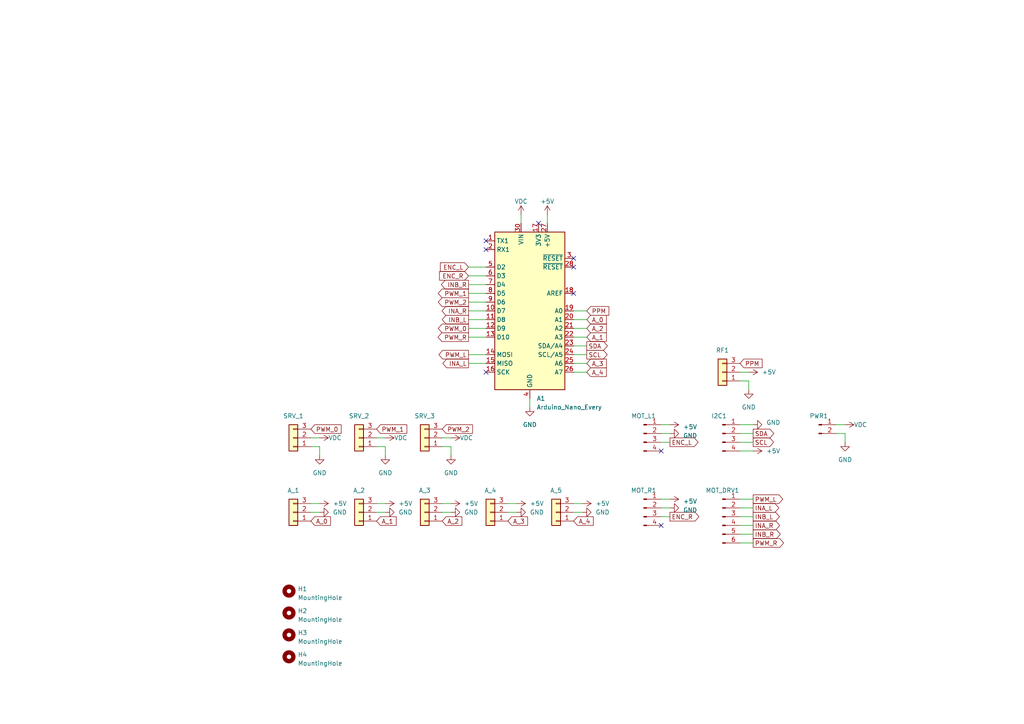
<source format=kicad_sch>
(kicad_sch (version 20230121) (generator eeschema)
  (paper "A4")
  (lib_symbols
    (symbol "Connector:Conn_01x02_Pin" (pin_names (offset 1.016) hide)
      (property "Reference" "J" (at 0 2.54 0))
      (property "Value" "Conn_01x02_Pin" (at 0 -5.08 0))
      (symbol "Conn_01x02_Pin_1_1"
        (polyline (pts (xy 1.27 -2.54) (xy 0.8636 -2.54)) (stroke (width 0.1524)))
        (polyline (pts (xy 1.27 0) (xy 0.8636 0)) (stroke (width 0.1524)))
        (rectangle (start 0.8636 -2.413) (end 0 -2.667) (stroke (width 0.1524)) (fill (type outline)))
        (rectangle (start 0.8636 0.127) (end 0 -0.127) (stroke (width 0.1524)) (fill (type outline)))
        (pin passive line (at 5.08 0 180) (length 3.81) (name "Pin_1") (number "1"))
        (pin passive line (at 5.08 -2.54 180) (length 3.81) (name "Pin_2") (number "2"))
      )
    )
    (symbol "Connector:Conn_01x04_Pin" (pin_names (offset 1.016) hide)
      (property "Reference" "J" (at 0 5.08 0))
      (property "Value" "Conn_01x04_Pin" (at 0 -7.62 0))
      (symbol "Conn_01x04_Pin_1_1"
        (polyline (pts (xy 1.27 -5.08) (xy 0.8636 -5.08)) (stroke (width 0.1524)))
        (polyline (pts (xy 1.27 -2.54) (xy 0.8636 -2.54)) (stroke (width 0.1524)))
        (polyline (pts (xy 1.27 0) (xy 0.8636 0)) (stroke (width 0.1524)))
        (polyline (pts (xy 1.27 2.54) (xy 0.8636 2.54)) (stroke (width 0.1524)))
        (rectangle (start 0.8636 -4.953) (end 0 -5.207) (stroke (width 0.1524)) (fill (type outline)))
        (rectangle (start 0.8636 -2.413) (end 0 -2.667) (stroke (width 0.1524)) (fill (type outline)))
        (rectangle (start 0.8636 0.127) (end 0 -0.127) (stroke (width 0.1524)) (fill (type outline)))
        (rectangle (start 0.8636 2.667) (end 0 2.413) (stroke (width 0.1524)) (fill (type outline)))
        (pin passive line (at 5.08 2.54 180) (length 3.81) (name "Pin_1") (number "1"))
        (pin passive line (at 5.08 0 180) (length 3.81) (name "Pin_2") (number "2"))
        (pin passive line (at 5.08 -2.54 180) (length 3.81) (name "Pin_3") (number "3"))
        (pin passive line (at 5.08 -5.08 180) (length 3.81) (name "Pin_4") (number "4"))
      )
    )
    (symbol "Connector:Conn_01x06_Pin" (pin_names (offset 1.016) hide)
      (property "Reference" "J" (at 0 7.62 0))
      (property "Value" "Conn_01x06_Pin" (at 0 -10.16 0))
      (symbol "Conn_01x06_Pin_1_1"
        (polyline (pts (xy 1.27 -7.62) (xy 0.8636 -7.62)) (stroke (width 0.1524)))
        (polyline (pts (xy 1.27 -5.08) (xy 0.8636 -5.08)) (stroke (width 0.1524)))
        (polyline (pts (xy 1.27 -2.54) (xy 0.8636 -2.54)) (stroke (width 0.1524)))
        (polyline (pts (xy 1.27 0) (xy 0.8636 0)) (stroke (width 0.1524)))
        (polyline (pts (xy 1.27 2.54) (xy 0.8636 2.54)) (stroke (width 0.1524)))
        (polyline (pts (xy 1.27 5.08) (xy 0.8636 5.08)) (stroke (width 0.1524)))
        (rectangle (start 0.8636 -7.493) (end 0 -7.747) (stroke (width 0.1524)) (fill (type outline)))
        (rectangle (start 0.8636 -4.953) (end 0 -5.207) (stroke (width 0.1524)) (fill (type outline)))
        (rectangle (start 0.8636 -2.413) (end 0 -2.667) (stroke (width 0.1524)) (fill (type outline)))
        (rectangle (start 0.8636 0.127) (end 0 -0.127) (stroke (width 0.1524)) (fill (type outline)))
        (rectangle (start 0.8636 2.667) (end 0 2.413) (stroke (width 0.1524)) (fill (type outline)))
        (rectangle (start 0.8636 5.207) (end 0 4.953) (stroke (width 0.1524)) (fill (type outline)))
        (pin passive line (at 5.08 5.08 180) (length 3.81) (name "Pin_1") (number "1"))
        (pin passive line (at 5.08 2.54 180) (length 3.81) (name "Pin_2") (number "2"))
        (pin passive line (at 5.08 0 180) (length 3.81) (name "Pin_3") (number "3"))
        (pin passive line (at 5.08 -2.54 180) (length 3.81) (name "Pin_4") (number "4"))
        (pin passive line (at 5.08 -5.08 180) (length 3.81) (name "Pin_5") (number "5"))
        (pin passive line (at 5.08 -7.62 180) (length 3.81) (name "Pin_6") (number "6"))
      )
    )
    (symbol "Connector_Generic:Conn_01x03" (pin_names (offset 1.016) hide)
      (property "Reference" "J" (at 0 5.08 0))
      (property "Value" "Conn_01x03" (at 0 -5.08 0))
      (symbol "Conn_01x03_1_1"
        (rectangle (start -1.27 -2.413) (end 0 -2.667) (stroke (width 0.1524)))
        (rectangle (start -1.27 0.127) (end 0 -0.127) (stroke (width 0.1524)))
        (rectangle (start -1.27 2.667) (end 0 2.413) (stroke (width 0.1524)))
        (rectangle (start -1.27 3.81) (end 1.27 -3.81) (stroke (width 0.254)) (fill (type background)))
        (pin passive line (at -5.08 2.54 0) (length 3.81) (name "Pin_1") (number "1"))
        (pin passive line (at -5.08 0 0) (length 3.81) (name "Pin_2") (number "2"))
        (pin passive line (at -5.08 -2.54 0) (length 3.81) (name "Pin_3") (number "3"))
      )
    )
    (symbol "MCU_Module:Arduino_Nano_Every"
      (property "Reference" "A" (at -10.16 23.495 0))
      (property "Value" "Arduino_Nano_Every" (at 5.08 -24.13 0))
      (symbol "Arduino_Nano_Every_0_1"
        (rectangle (start -10.16 22.86) (end 10.16 -22.86) (stroke (width 0.254)) (fill (type background)))
      )
      (symbol "Arduino_Nano_Every_1_1"
        (pin bidirectional line (at -12.7 20.32 0) (length 2.54) (name "TX1") (number "1"))
        (pin bidirectional line (at -12.7 0 0) (length 2.54) (name "D7") (number "10"))
        (pin bidirectional line (at -12.7 -2.54 0) (length 2.54) (name "D8") (number "11"))
        (pin bidirectional line (at -12.7 -5.08 0) (length 2.54) (name "D9") (number "12"))
        (pin bidirectional line (at -12.7 -7.62 0) (length 2.54) (name "D10") (number "13"))
        (pin bidirectional line (at -12.7 -12.7 0) (length 2.54) (name "MOSI") (number "14"))
        (pin bidirectional line (at -12.7 -15.24 0) (length 2.54) (name "MISO") (number "15"))
        (pin bidirectional line (at -12.7 -17.78 0) (length 2.54) (name "SCK") (number "16"))
        (pin power_out line (at 2.54 25.4 270) (length 2.54) (name "3V3") (number "17"))
        (pin input line (at 12.7 5.08 180) (length 2.54) (name "AREF") (number "18"))
        (pin bidirectional line (at 12.7 0 180) (length 2.54) (name "A0") (number "19"))
        (pin bidirectional line (at -12.7 17.78 0) (length 2.54) (name "RX1") (number "2"))
        (pin bidirectional line (at 12.7 -2.54 180) (length 2.54) (name "A1") (number "20"))
        (pin bidirectional line (at 12.7 -5.08 180) (length 2.54) (name "A2") (number "21"))
        (pin bidirectional line (at 12.7 -7.62 180) (length 2.54) (name "A3") (number "22"))
        (pin bidirectional line (at 12.7 -10.16 180) (length 2.54) (name "SDA/A4") (number "23"))
        (pin bidirectional line (at 12.7 -12.7 180) (length 2.54) (name "SCL/A5") (number "24"))
        (pin bidirectional line (at 12.7 -15.24 180) (length 2.54) (name "A6") (number "25"))
        (pin bidirectional line (at 12.7 -17.78 180) (length 2.54) (name "A7") (number "26"))
        (pin power_out line (at 5.08 25.4 270) (length 2.54) (name "+5V") (number "27"))
        (pin input line (at 12.7 12.7 180) (length 2.54) (name "~{RESET}") (number "28"))
        (pin passive line (at 0 -25.4 90) (length 2.54) hide (name "GND") (number "29"))
        (pin input line (at 12.7 15.24 180) (length 2.54) (name "~{RESET}") (number "3"))
        (pin power_in line (at -2.54 25.4 270) (length 2.54) (name "VIN") (number "30"))
        (pin power_in line (at 0 -25.4 90) (length 2.54) (name "GND") (number "4"))
        (pin bidirectional line (at -12.7 12.7 0) (length 2.54) (name "D2") (number "5"))
        (pin bidirectional line (at -12.7 10.16 0) (length 2.54) (name "D3") (number "6"))
        (pin bidirectional line (at -12.7 7.62 0) (length 2.54) (name "D4") (number "7"))
        (pin bidirectional line (at -12.7 5.08 0) (length 2.54) (name "D5") (number "8"))
        (pin bidirectional line (at -12.7 2.54 0) (length 2.54) (name "D6") (number "9"))
      )
    )
    (symbol "Mechanical:MountingHole" (pin_names (offset 1.016))
      (property "Reference" "H" (at 0 5.08 0))
      (property "Value" "MountingHole" (at 0 3.175 0))
      (symbol "MountingHole_0_1"
        (circle (center 0 0) (radius 1.27) (stroke (width 1.27)))
      )
    )
    (symbol "power:+5V" (power) (pin_names (offset 0))
      (property "Value" "+5V" (at 0 3.556 0))
      (symbol "+5V_0_1"
        (polyline (pts (xy -0.762 1.27) (xy 0 2.54)))
        (polyline (pts (xy 0 0) (xy 0 2.54)))
        (polyline (pts (xy 0 2.54) (xy 0.762 1.27)))
      )
      (symbol "+5V_1_1"
        (pin power_in line (at 0 0 90) (length 0) hide (name "+5V") (number "1"))
      )
    )
    (symbol "power:GND" (power) (pin_names (offset 0))
      (property "Value" "GND" (at 0 -3.81 0))
      (symbol "GND_0_1"
        (polyline (pts (xy 0 0) (xy 0 -1.27) (xy 1.27 -1.27) (xy 0 -2.54) (xy -1.27 -1.27) (xy 0 -1.27)))
      )
      (symbol "GND_1_1"
        (pin power_in line (at 0 0 270) (length 0) hide (name "GND") (number "1"))
      )
    )
    (symbol "power:VDC" (power) (pin_names (offset 0))
      (property "Value" "VDC" (at 0 6.35 0))
      (symbol "VDC_0_1"
        (polyline (pts (xy -0.762 1.27) (xy 0 2.54)))
        (polyline (pts (xy 0 0) (xy 0 2.54)))
        (polyline (pts (xy 0 2.54) (xy 0.762 1.27)))
      )
      (symbol "VDC_1_1"
        (pin power_in line (at 0 0 90) (length 0) hide (name "VDC") (number "1"))
      )
    )
  )
  (no_connect (at 191.77 152.4))
  (no_connect (at 140.97 72.39))
  (no_connect (at 166.37 74.93))
  (no_connect (at 140.97 69.85))
  (no_connect (at 166.37 77.47))
  (no_connect (at 140.97 107.95))
  (no_connect (at 156.21 64.77))
  (no_connect (at 166.37 85.09))
  (no_connect (at 191.77 130.81))
  (wire (pts (xy 109.22 127) (xy 111.76 127)))
  (wire (pts (xy 166.37 146.05) (xy 168.91 146.05)))
  (wire (pts (xy 109.22 129.54) (xy 111.76 129.54)))
  (wire (pts (xy 242.57 125.73) (xy 245.11 125.73)))
  (wire (pts (xy 166.37 90.17) (xy 170.18 90.17)))
  (wire (pts (xy 191.77 147.32) (xy 194.31 147.32)))
  (wire (pts (xy 191.77 125.73) (xy 194.31 125.73)))
  (wire (pts (xy 242.57 123.19) (xy 245.11 123.19)))
  (wire (pts (xy 90.17 129.54) (xy 92.71 129.54)))
  (wire (pts (xy 135.89 105.41) (xy 140.97 105.41)))
  (wire (pts (xy 166.37 97.79) (xy 170.18 97.79)))
  (wire (pts (xy 245.11 125.73) (xy 245.11 128.27)))
  (wire (pts (xy 214.63 107.95) (xy 217.17 107.95)))
  (wire (pts (xy 166.37 95.25) (xy 170.18 95.25)))
  (wire (pts (xy 135.89 80.01) (xy 140.97 80.01)))
  (wire (pts (xy 151.13 62.23) (xy 151.13 64.77)))
  (wire (pts (xy 128.27 148.59) (xy 130.81 148.59)))
  (wire (pts (xy 135.89 97.79) (xy 140.97 97.79)))
  (wire (pts (xy 135.89 90.17) (xy 140.97 90.17)))
  (wire (pts (xy 218.44 157.48) (xy 214.63 157.48)))
  (wire (pts (xy 135.89 77.47) (xy 140.97 77.47)))
  (wire (pts (xy 166.37 107.95) (xy 170.18 107.95)))
  (wire (pts (xy 128.27 129.54) (xy 130.81 129.54)))
  (wire (pts (xy 128.27 127) (xy 130.81 127)))
  (wire (pts (xy 218.44 147.32) (xy 214.63 147.32)))
  (wire (pts (xy 218.44 144.78) (xy 214.63 144.78)))
  (wire (pts (xy 218.44 130.81) (xy 214.63 130.81)))
  (wire (pts (xy 109.22 148.59) (xy 111.76 148.59)))
  (wire (pts (xy 90.17 146.05) (xy 92.71 146.05)))
  (wire (pts (xy 191.77 144.78) (xy 194.31 144.78)))
  (wire (pts (xy 166.37 105.41) (xy 170.18 105.41)))
  (wire (pts (xy 218.44 149.86) (xy 214.63 149.86)))
  (wire (pts (xy 158.75 62.23) (xy 158.75 64.77)))
  (wire (pts (xy 191.77 128.27) (xy 194.31 128.27)))
  (wire (pts (xy 166.37 102.87) (xy 170.18 102.87)))
  (wire (pts (xy 166.37 92.71) (xy 170.18 92.71)))
  (wire (pts (xy 90.17 127) (xy 92.71 127)))
  (wire (pts (xy 111.76 129.54) (xy 111.76 132.08)))
  (wire (pts (xy 166.37 100.33) (xy 170.18 100.33)))
  (wire (pts (xy 135.89 95.25) (xy 140.97 95.25)))
  (wire (pts (xy 147.32 146.05) (xy 149.86 146.05)))
  (wire (pts (xy 92.71 129.54) (xy 92.71 132.08)))
  (wire (pts (xy 153.67 115.57) (xy 153.67 118.11)))
  (wire (pts (xy 135.89 82.55) (xy 140.97 82.55)))
  (wire (pts (xy 147.32 148.59) (xy 149.86 148.59)))
  (wire (pts (xy 135.89 92.71) (xy 140.97 92.71)))
  (wire (pts (xy 135.89 85.09) (xy 140.97 85.09)))
  (wire (pts (xy 191.77 149.86) (xy 194.31 149.86)))
  (wire (pts (xy 218.44 152.4) (xy 214.63 152.4)))
  (wire (pts (xy 109.22 146.05) (xy 111.76 146.05)))
  (wire (pts (xy 214.63 110.49) (xy 217.17 110.49)))
  (wire (pts (xy 218.44 123.19) (xy 214.63 123.19)))
  (wire (pts (xy 128.27 146.05) (xy 130.81 146.05)))
  (wire (pts (xy 217.17 110.49) (xy 217.17 113.03)))
  (wire (pts (xy 218.44 154.94) (xy 214.63 154.94)))
  (wire (pts (xy 135.89 102.87) (xy 140.97 102.87)))
  (wire (pts (xy 135.89 87.63) (xy 140.97 87.63)))
  (wire (pts (xy 191.77 123.19) (xy 194.31 123.19)))
  (wire (pts (xy 218.44 128.27) (xy 214.63 128.27)))
  (wire (pts (xy 166.37 148.59) (xy 168.91 148.59)))
  (wire (pts (xy 90.17 148.59) (xy 92.71 148.59)))
  (wire (pts (xy 218.44 125.73) (xy 214.63 125.73)))
  (wire (pts (xy 130.81 129.54) (xy 130.81 132.08)))
  (global_label "PWM_L" (shape output) (at 218.44 144.78 0) (property "Intersheetrefs" "${INTERSHEET_REFS}" (effects hide)))
  (global_label "INA_R" (shape output) (at 218.44 152.4 0) (property "Intersheetrefs" "${INTERSHEET_REFS}" (effects hide)))
  (global_label "INB_R" (shape output) (at 135.89 82.55 180) (property "Intersheetrefs" "${INTERSHEET_REFS}" (effects hide)))
  (global_label "A_1" (shape input) (at 170.18 97.79 0) (property "Intersheetrefs" "${INTERSHEET_REFS}" (effects hide)))
  (global_label "PPM" (shape input) (at 214.63 105.41 0) (property "Intersheetrefs" "${INTERSHEET_REFS}" (effects hide)))
  (global_label "PWM_0" (shape output) (at 135.89 95.25 180) (property "Intersheetrefs" "${INTERSHEET_REFS}" (effects hide)))
  (global_label "INA_R" (shape output) (at 135.89 90.17 180) (property "Intersheetrefs" "${INTERSHEET_REFS}" (effects hide)))
  (global_label "PPM" (shape input) (at 170.18 90.17 0) (property "Intersheetrefs" "${INTERSHEET_REFS}" (effects hide)))
  (global_label "A_4" (shape input) (at 170.18 107.95 0) (property "Intersheetrefs" "${INTERSHEET_REFS}" (effects hide)))
  (global_label "ENC_R" (shape input) (at 135.89 80.01 180) (property "Intersheetrefs" "${INTERSHEET_REFS}" (effects hide)))
  (global_label "INB_L" (shape output) (at 218.44 149.86 0) (property "Intersheetrefs" "${INTERSHEET_REFS}" (effects hide)))
  (global_label "PWM_2" (shape input) (at 128.27 124.46 0) (property "Intersheetrefs" "${INTERSHEET_REFS}" (effects hide)))
  (global_label "ENC_L" (shape output) (at 194.31 128.27 0) (property "Intersheetrefs" "${INTERSHEET_REFS}" (effects hide)))
  (global_label "SCL" (shape output) (at 170.18 102.87 0) (property "Intersheetrefs" "${INTERSHEET_REFS}" (effects hide)))
  (global_label "PWM_R" (shape output) (at 135.89 97.79 180) (property "Intersheetrefs" "${INTERSHEET_REFS}" (effects hide)))
  (global_label "ENC_R" (shape output) (at 194.31 149.86 0) (property "Intersheetrefs" "${INTERSHEET_REFS}" (effects hide)))
  (global_label "INA_L" (shape output) (at 218.44 147.32 0) (property "Intersheetrefs" "${INTERSHEET_REFS}" (effects hide)))
  (global_label "A_2" (shape input) (at 128.27 151.13 0) (property "Intersheetrefs" "${INTERSHEET_REFS}" (effects hide)))
  (global_label "A_3" (shape input) (at 170.18 105.41 0) (property "Intersheetrefs" "${INTERSHEET_REFS}" (effects hide)))
  (global_label "INB_R" (shape output) (at 218.44 154.94 0) (property "Intersheetrefs" "${INTERSHEET_REFS}" (effects hide)))
  (global_label "SDA" (shape output) (at 170.18 100.33 0) (property "Intersheetrefs" "${INTERSHEET_REFS}" (effects hide)))
  (global_label "PWM_R" (shape output) (at 218.44 157.48 0) (property "Intersheetrefs" "${INTERSHEET_REFS}" (effects hide)))
  (global_label "A_0" (shape input) (at 170.18 92.71 0) (property "Intersheetrefs" "${INTERSHEET_REFS}" (effects hide)))
  (global_label "PWM_1" (shape output) (at 135.89 85.09 180) (property "Intersheetrefs" "${INTERSHEET_REFS}" (effects hide)))
  (global_label "INB_L" (shape output) (at 135.89 92.71 180) (property "Intersheetrefs" "${INTERSHEET_REFS}" (effects hide)))
  (global_label "SCL" (shape output) (at 218.44 128.27 0) (property "Intersheetrefs" "${INTERSHEET_REFS}" (effects hide)))
  (global_label "A_3" (shape input) (at 147.32 151.13 0) (property "Intersheetrefs" "${INTERSHEET_REFS}" (effects hide)))
  (global_label "A_1" (shape input) (at 109.22 151.13 0) (property "Intersheetrefs" "${INTERSHEET_REFS}" (effects hide)))
  (global_label "PWM_0" (shape input) (at 90.17 124.46 0) (property "Intersheetrefs" "${INTERSHEET_REFS}" (effects hide)))
  (global_label "A_2" (shape input) (at 170.18 95.25 0) (property "Intersheetrefs" "${INTERSHEET_REFS}" (effects hide)))
  (global_label "SDA" (shape output) (at 218.44 125.73 0) (property "Intersheetrefs" "${INTERSHEET_REFS}" (effects hide)))
  (global_label "PWM_1" (shape input) (at 109.22 124.46 0) (property "Intersheetrefs" "${INTERSHEET_REFS}" (effects hide)))
  (global_label "A_4" (shape input) (at 166.37 151.13 0) (property "Intersheetrefs" "${INTERSHEET_REFS}" (effects hide)))
  (global_label "A_0" (shape input) (at 90.17 151.13 0) (property "Intersheetrefs" "${INTERSHEET_REFS}" (effects hide)))
  (global_label "PWM_L" (shape output) (at 135.89 102.87 180) (property "Intersheetrefs" "${INTERSHEET_REFS}" (effects hide)))
  (global_label "INA_L" (shape output) (at 135.89 105.41 180) (property "Intersheetrefs" "${INTERSHEET_REFS}" (effects hide)))
  (global_label "PWM_2" (shape output) (at 135.89 87.63 180) (property "Intersheetrefs" "${INTERSHEET_REFS}" (effects hide)))
  (global_label "ENC_L" (shape input) (at 135.89 77.47 180) (property "Intersheetrefs" "${INTERSHEET_REFS}" (effects hide)))
  (symbol (lib_id "power:+5V") (at 92.71 146.05 270) (unit 1)
    (property "Reference" "#PWR03" (effects hide))
    (property "Value" "+5V" (at 96.52 146.05 90) (effects (justify left)))
  )
  (symbol (lib_id "Connector_Generic:Conn_01x03") (at 161.29 148.59 180) (unit 1)
    (property "Reference" "A_5" (at 161.29 142.24 0))
    (property "Value" "Conn_01x03" (effects hide))
    (property "Footprint" "Connector_JST:JST_XH_B3B-XH-A_1x03_P2.50mm_Vertical" (effects hide))
  )
  (symbol (lib_id "Mechanical:MountingHole") (at 83.82 171.45 0) (unit 1)
    (property "Reference" "H1" (at 86.36 170.815 0) (effects (justify left)))
    (property "Value" "MountingHole" (at 86.36 173.355 0) (effects (justify left)))
    (property "Footprint" "MountingHole:MountingHole_3.2mm_M3" (effects hide))
  )
  (symbol (lib_id "power:+5V") (at 158.75 62.23 0) (unit 1)
    (property "Reference" "#PWR017" (effects hide))
    (property "Value" "+5V" (at 158.75 58.42 0))
  )
  (symbol (lib_id "power:+5V") (at 194.31 144.78 270) (unit 1)
    (property "Reference" "#PWR022" (effects hide))
    (property "Value" "+5V" (at 198.12 145.415 90) (effects (justify left)))
  )
  (symbol (lib_id "Connector_Generic:Conn_01x03") (at 104.14 148.59 180) (unit 1)
    (property "Reference" "A_2" (at 104.14 142.24 0))
    (property "Value" "Conn_01x03" (effects hide))
    (property "Footprint" "Connector_JST:JST_XH_B3B-XH-A_1x03_P2.50mm_Vertical" (effects hide))
  )
  (symbol (lib_id "power:GND") (at 111.76 132.08 0) (unit 1)
    (property "Reference" "#PWR06" (effects hide))
    (property "Value" "GND" (at 111.76 137.16 0))
  )
  (symbol (lib_id "power:GND") (at 149.86 148.59 90) (unit 1)
    (property "Reference" "#PWR014" (effects hide))
    (property "Value" "GND" (at 153.67 148.59 90) (effects (justify right)))
  )
  (symbol (lib_id "Mechanical:MountingHole") (at 83.82 177.8 0) (unit 1)
    (property "Reference" "H2" (at 86.36 177.165 0) (effects (justify left)))
    (property "Value" "MountingHole" (at 86.36 179.705 0) (effects (justify left)))
    (property "Footprint" "MountingHole:MountingHole_3.2mm_M3" (effects hide))
  )
  (symbol (lib_id "power:+5V") (at 217.17 107.95 270) (unit 1)
    (property "Reference" "#PWR024" (effects hide))
    (property "Value" "+5V" (at 220.98 107.95 90) (effects (justify left)))
  )
  (symbol (lib_id "Connector:Conn_01x04_Pin") (at 186.69 125.73 0) (unit 1)
    (property "Reference" "MOT_L1" (at 186.69 120.65 0))
    (property "Value" "Conn_01x04_Pin" (effects hide))
    (property "Footprint" "Connector_PinHeader_2.54mm:PinHeader_1x04_P2.54mm_Vertical" (effects hide))
  )
  (symbol (lib_id "power:+5V") (at 168.91 146.05 270) (unit 1)
    (property "Reference" "#PWR018" (effects hide))
    (property "Value" "+5V" (at 172.72 146.05 90) (effects (justify left)))
  )
  (symbol (lib_id "Connector_Generic:Conn_01x03") (at 209.55 107.95 180) (unit 1)
    (property "Reference" "RF1" (at 209.55 101.6 0))
    (property "Value" "Conn_01x03" (effects hide))
    (property "Footprint" "Connector_PinHeader_2.54mm:PinHeader_1x03_P2.54mm_Vertical" (effects hide))
  )
  (symbol (lib_id "Connector:Conn_01x04_Pin") (at 209.55 125.73 0) (unit 1)
    (property "Reference" "I2C1" (at 210.82 120.65 0) (effects (justify right)))
    (property "Value" "Conn_01x04_Pin" (effects hide))
    (property "Footprint" "Connector_PinHeader_2.54mm:PinHeader_1x04_P2.54mm_Vertical" (effects hide))
  )
  (symbol (lib_id "Connector_Generic:Conn_01x03") (at 104.14 127 180) (unit 1)
    (property "Reference" "SRV_2" (at 104.14 120.65 0))
    (property "Value" "Conn_01x03" (effects hide))
    (property "Footprint" "Connector_JST:JST_XH_B3B-XH-A_1x03_P2.50mm_Vertical" (effects hide))
  )
  (symbol (lib_id "Mechanical:MountingHole") (at 83.82 184.15 0) (unit 1)
    (property "Reference" "H3" (at 86.36 183.515 0) (effects (justify left)))
    (property "Value" "MountingHole" (at 86.36 186.055 0) (effects (justify left)))
    (property "Footprint" "MountingHole:MountingHole_3.2mm_M3" (effects hide))
  )
  (symbol (lib_id "power:VDC") (at 130.81 127 270) (unit 1)
    (property "Reference" "#PWR09" (effects hide))
    (property "Value" "VDC" (at 133.35 127 90) (effects (justify left)))
  )
  (symbol (lib_id "Connector:Conn_01x04_Pin") (at 186.69 147.32 0) (unit 1)
    (property "Reference" "MOT_R1" (at 186.69 142.24 0))
    (property "Value" "Conn_01x04_Pin" (effects hide))
    (property "Footprint" "Connector_PinHeader_2.54mm:PinHeader_1x04_P2.54mm_Vertical" (effects hide))
  )
  (symbol (lib_id "power:VDC") (at 111.76 127 270) (unit 1)
    (property "Reference" "#PWR05" (effects hide))
    (property "Value" "VDC" (at 114.3 127 90) (effects (justify left)))
  )
  (symbol (lib_id "power:GND") (at 194.31 147.32 90) (unit 1)
    (property "Reference" "#PWR023" (effects hide))
    (property "Value" "GND" (at 198.12 147.955 90) (effects (justify right)))
  )
  (symbol (lib_id "power:GND") (at 245.11 128.27 0) (unit 1)
    (property "Reference" "#PWR029" (effects hide))
    (property "Value" "GND" (at 245.11 133.35 0))
  )
  (symbol (lib_id "Connector_Generic:Conn_01x03") (at 142.24 148.59 180) (unit 1)
    (property "Reference" "A_4" (at 142.24 142.24 0))
    (property "Value" "Conn_01x03" (effects hide))
    (property "Footprint" "Connector_JST:JST_XH_B3B-XH-A_1x03_P2.50mm_Vertical" (effects hide))
  )
  (symbol (lib_id "Connector_Generic:Conn_01x03") (at 85.09 127 180) (unit 1)
    (property "Reference" "SRV_1" (at 85.09 120.65 0))
    (property "Value" "Conn_01x03" (effects hide))
    (property "Footprint" "Connector_JST:JST_XH_B3B-XH-A_1x03_P2.50mm_Vertical" (effects hide))
  )
  (symbol (lib_id "power:VDC") (at 245.11 123.19 270) (unit 1)
    (property "Reference" "#PWR028" (effects hide))
    (property "Value" "VDC" (at 247.65 123.19 90) (effects (justify left)))
  )
  (symbol (lib_id "power:+5V") (at 194.31 123.19 270) (unit 1)
    (property "Reference" "#PWR020" (effects hide))
    (property "Value" "+5V" (at 198.12 123.825 90) (effects (justify left)))
  )
  (symbol (lib_id "power:+5V") (at 218.44 130.81 270) (unit 1)
    (property "Reference" "#PWR027" (effects hide))
    (property "Value" "+5V" (at 222.25 130.81 90) (effects (justify left)))
  )
  (symbol (lib_id "power:GND") (at 218.44 123.19 90) (unit 1)
    (property "Reference" "#PWR026" (effects hide))
    (property "Value" "GND" (at 222.25 122.555 90) (effects (justify right)))
  )
  (symbol (lib_id "power:VDC") (at 151.13 62.23 0) (unit 1)
    (property "Reference" "#PWR015" (effects hide))
    (property "Value" "VDC" (at 151.13 58.42 0))
  )
  (symbol (lib_id "MCU_Module:Arduino_Nano_Every") (at 153.67 90.17 0) (unit 1)
    (property "Reference" "A1" (at 155.6259 115.57 0) (effects (justify left)))
    (property "Value" "Arduino_Nano_Every" (at 155.6259 118.11 0) (effects (justify left)))
    (property "Footprint" "Module:Arduino_Nano" (effects hide))
    (property "Datasheet" "https://content.arduino.cc/assets/NANOEveryV3.0_sch.pdf" (effects hide))
  )
  (symbol (lib_id "Connector_Generic:Conn_01x03") (at 123.19 148.59 180) (unit 1)
    (property "Reference" "A_3" (at 123.19 142.24 0))
    (property "Value" "Conn_01x03" (effects hide))
    (property "Footprint" "Connector_JST:JST_XH_B3B-XH-A_1x03_P2.50mm_Vertical" (effects hide))
  )
  (symbol (lib_id "power:GND") (at 111.76 148.59 90) (unit 1)
    (property "Reference" "#PWR08" (effects hide))
    (property "Value" "GND" (at 115.57 148.59 90) (effects (justify right)))
  )
  (symbol (lib_id "Mechanical:MountingHole") (at 83.82 190.5 0) (unit 1)
    (property "Reference" "H4" (at 86.36 189.865 0) (effects (justify left)))
    (property "Value" "MountingHole" (at 86.36 192.405 0) (effects (justify left)))
    (property "Footprint" "MountingHole:MountingHole_3.2mm_M3" (effects hide))
  )
  (symbol (lib_id "power:GND") (at 153.67 118.11 0) (unit 1)
    (property "Reference" "#PWR016" (effects hide))
    (property "Value" "GND" (at 153.67 123.19 0))
  )
  (symbol (lib_id "Connector_Generic:Conn_01x03") (at 85.09 148.59 180) (unit 1)
    (property "Reference" "A_1" (at 85.09 142.24 0))
    (property "Value" "Conn_01x03" (effects hide))
    (property "Footprint" "Connector_JST:JST_XH_B3B-XH-A_1x03_P2.50mm_Vertical" (effects hide))
  )
  (symbol (lib_id "Connector:Conn_01x06_Pin") (at 209.55 149.86 0) (unit 1)
    (property "Reference" "MOT_DRV1" (at 209.55 142.24 0))
    (property "Value" "Conn_01x06_Pin" (effects hide))
    (property "Footprint" "Connector_PinHeader_2.54mm:PinHeader_1x06_P2.54mm_Vertical" (effects hide))
  )
  (symbol (lib_id "power:GND") (at 168.91 148.59 90) (unit 1)
    (property "Reference" "#PWR019" (effects hide))
    (property "Value" "GND" (at 172.72 148.59 90) (effects (justify right)))
  )
  (symbol (lib_id "power:+5V") (at 111.76 146.05 270) (unit 1)
    (property "Reference" "#PWR07" (effects hide))
    (property "Value" "+5V" (at 115.57 146.05 90) (effects (justify left)))
  )
  (symbol (lib_id "power:+5V") (at 149.86 146.05 270) (unit 1)
    (property "Reference" "#PWR013" (effects hide))
    (property "Value" "+5V" (at 153.67 146.05 90) (effects (justify left)))
  )
  (symbol (lib_id "Connector:Conn_01x02_Pin") (at 237.49 123.19 0) (unit 1)
    (property "Reference" "PWR1" (at 237.49 120.65 0))
    (property "Value" "Conn_01x02_Pin" (effects hide))
    (property "Footprint" "TerminalBlock:TerminalBlock_bornier-2_P5.08mm" (effects hide))
  )
  (symbol (lib_id "power:GND") (at 130.81 148.59 90) (unit 1)
    (property "Reference" "#PWR012" (effects hide))
    (property "Value" "GND" (at 134.62 148.59 90) (effects (justify right)))
  )
  (symbol (lib_id "power:GND") (at 92.71 148.59 90) (unit 1)
    (property "Reference" "#PWR04" (effects hide))
    (property "Value" "GND" (at 96.52 148.59 90) (effects (justify right)))
  )
  (symbol (lib_id "power:VDC") (at 92.71 127 270) (unit 1)
    (property "Reference" "#PWR01" (effects hide))
    (property "Value" "VDC" (at 95.25 127 90) (effects (justify left)))
  )
  (symbol (lib_id "Connector_Generic:Conn_01x03") (at 123.19 127 180) (unit 1)
    (property "Reference" "SRV_3" (at 123.19 120.65 0))
    (property "Value" "Conn_01x03" (effects hide))
    (property "Footprint" "Connector_JST:JST_XH_B3B-XH-A_1x03_P2.50mm_Vertical" (effects hide))
  )
  (symbol (lib_id "power:GND") (at 92.71 132.08 0) (unit 1)
    (property "Reference" "#PWR02" (effects hide))
    (property "Value" "GND" (at 92.71 137.16 0))
  )
  (symbol (lib_id "power:GND") (at 130.81 132.08 0) (unit 1)
    (property "Reference" "#PWR010" (effects hide))
    (property "Value" "GND" (at 130.81 137.16 0))
  )
  (symbol (lib_id "power:+5V") (at 130.81 146.05 270) (unit 1)
    (property "Reference" "#PWR011" (effects hide))
    (property "Value" "+5V" (at 134.62 146.05 90) (effects (justify left)))
  )
  (symbol (lib_id "power:GND") (at 194.31 125.73 90) (unit 1)
    (property "Reference" "#PWR021" (effects hide))
    (property "Value" "GND" (at 198.12 126.365 90) (effects (justify right)))
  )
  (symbol (lib_id "power:GND") (at 217.17 113.03 0) (unit 1)
    (property "Reference" "#PWR025" (effects hide))
    (property "Value" "GND" (at 217.17 118.11 0))
  )
)
</source>
